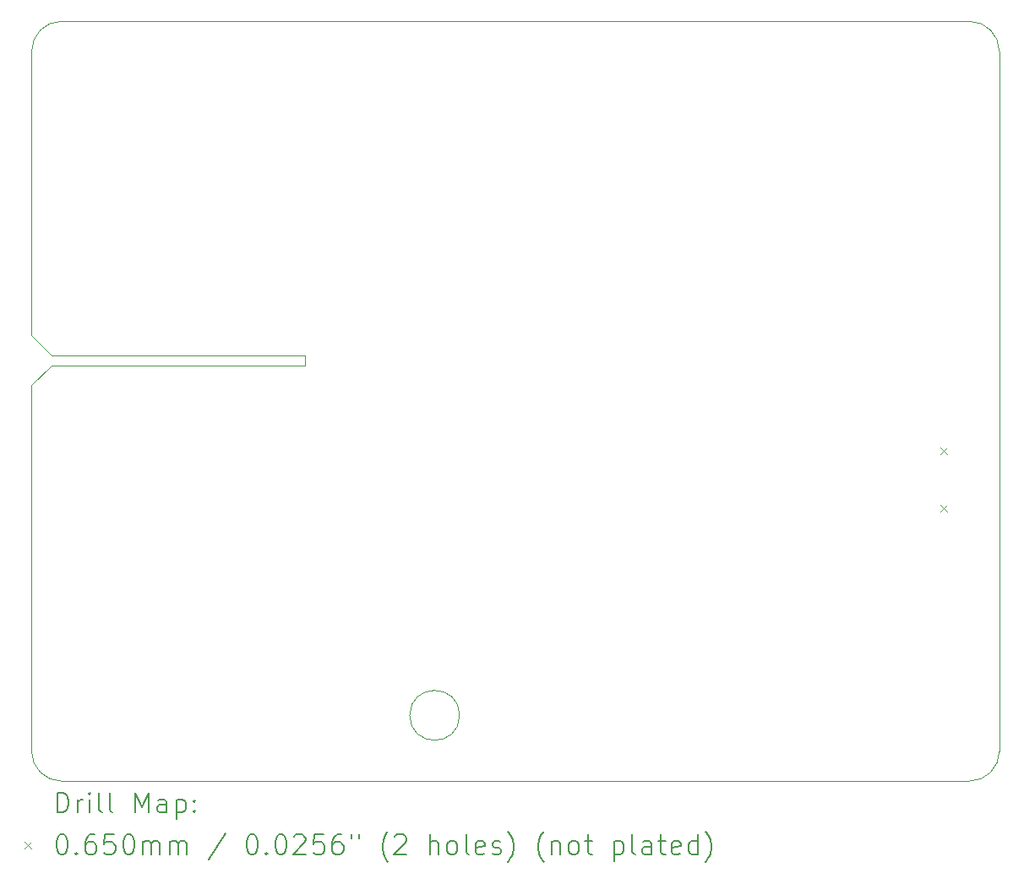
<source format=gbr>
%TF.GenerationSoftware,KiCad,Pcbnew,8.0.7-8.0.7-0~ubuntu24.04.1*%
%TF.CreationDate,2024-12-10T19:47:57+09:00*%
%TF.ProjectId,MRM5-tester,4d524d35-2d74-4657-9374-65722e6b6963,rev?*%
%TF.SameCoordinates,Original*%
%TF.FileFunction,Drillmap*%
%TF.FilePolarity,Positive*%
%FSLAX45Y45*%
G04 Gerber Fmt 4.5, Leading zero omitted, Abs format (unit mm)*
G04 Created by KiCad (PCBNEW 8.0.7-8.0.7-0~ubuntu24.04.1) date 2024-12-10 19:47:57*
%MOMM*%
%LPD*%
G01*
G04 APERTURE LIST*
%ADD10C,0.050000*%
%ADD11C,0.200000*%
%ADD12C,0.100000*%
G04 APERTURE END LIST*
D10*
X12975000Y-9600000D02*
X10435872Y-9600000D01*
X19933400Y-6548400D02*
X19933400Y-13568400D01*
X10435872Y-9600000D02*
X10235872Y-9400000D01*
X10235872Y-9900000D02*
X10435872Y-9700000D01*
X19633400Y-6248400D02*
G75*
G02*
X19933400Y-6548400I0J-300000D01*
G01*
X19933400Y-13568400D02*
G75*
G02*
X19633400Y-13868400I-300000J0D01*
G01*
X10535872Y-6248400D02*
X19633400Y-6248400D01*
X14524800Y-13208000D02*
G75*
G02*
X14024800Y-13208000I-250000J0D01*
G01*
X14024800Y-13208000D02*
G75*
G02*
X14524800Y-13208000I250000J0D01*
G01*
X12975000Y-9700000D02*
X10435872Y-9700000D01*
X10535872Y-13868400D02*
G75*
G02*
X10235870Y-13568400I-2J300000D01*
G01*
X10235872Y-6548400D02*
X10235872Y-9400000D01*
X12975000Y-9600000D02*
X12975000Y-9700000D01*
X10235872Y-6548400D02*
G75*
G02*
X10535872Y-6248402I299998J0D01*
G01*
X19633400Y-13868400D02*
X10535872Y-13868400D01*
X10235872Y-13568400D02*
X10235872Y-9900000D01*
D11*
D12*
X19344800Y-10524300D02*
X19409800Y-10589300D01*
X19409800Y-10524300D02*
X19344800Y-10589300D01*
X19344800Y-11102300D02*
X19409800Y-11167300D01*
X19409800Y-11102300D02*
X19344800Y-11167300D01*
D11*
X10494149Y-14182384D02*
X10494149Y-13982384D01*
X10494149Y-13982384D02*
X10541768Y-13982384D01*
X10541768Y-13982384D02*
X10570339Y-13991908D01*
X10570339Y-13991908D02*
X10589387Y-14010955D01*
X10589387Y-14010955D02*
X10598911Y-14030003D01*
X10598911Y-14030003D02*
X10608435Y-14068098D01*
X10608435Y-14068098D02*
X10608435Y-14096669D01*
X10608435Y-14096669D02*
X10598911Y-14134765D01*
X10598911Y-14134765D02*
X10589387Y-14153812D01*
X10589387Y-14153812D02*
X10570339Y-14172860D01*
X10570339Y-14172860D02*
X10541768Y-14182384D01*
X10541768Y-14182384D02*
X10494149Y-14182384D01*
X10694149Y-14182384D02*
X10694149Y-14049050D01*
X10694149Y-14087146D02*
X10703673Y-14068098D01*
X10703673Y-14068098D02*
X10713196Y-14058574D01*
X10713196Y-14058574D02*
X10732244Y-14049050D01*
X10732244Y-14049050D02*
X10751292Y-14049050D01*
X10817958Y-14182384D02*
X10817958Y-14049050D01*
X10817958Y-13982384D02*
X10808435Y-13991908D01*
X10808435Y-13991908D02*
X10817958Y-14001431D01*
X10817958Y-14001431D02*
X10827482Y-13991908D01*
X10827482Y-13991908D02*
X10817958Y-13982384D01*
X10817958Y-13982384D02*
X10817958Y-14001431D01*
X10941768Y-14182384D02*
X10922720Y-14172860D01*
X10922720Y-14172860D02*
X10913196Y-14153812D01*
X10913196Y-14153812D02*
X10913196Y-13982384D01*
X11046530Y-14182384D02*
X11027482Y-14172860D01*
X11027482Y-14172860D02*
X11017958Y-14153812D01*
X11017958Y-14153812D02*
X11017958Y-13982384D01*
X11275101Y-14182384D02*
X11275101Y-13982384D01*
X11275101Y-13982384D02*
X11341768Y-14125241D01*
X11341768Y-14125241D02*
X11408434Y-13982384D01*
X11408434Y-13982384D02*
X11408434Y-14182384D01*
X11589387Y-14182384D02*
X11589387Y-14077622D01*
X11589387Y-14077622D02*
X11579863Y-14058574D01*
X11579863Y-14058574D02*
X11560815Y-14049050D01*
X11560815Y-14049050D02*
X11522720Y-14049050D01*
X11522720Y-14049050D02*
X11503673Y-14058574D01*
X11589387Y-14172860D02*
X11570339Y-14182384D01*
X11570339Y-14182384D02*
X11522720Y-14182384D01*
X11522720Y-14182384D02*
X11503673Y-14172860D01*
X11503673Y-14172860D02*
X11494149Y-14153812D01*
X11494149Y-14153812D02*
X11494149Y-14134765D01*
X11494149Y-14134765D02*
X11503673Y-14115717D01*
X11503673Y-14115717D02*
X11522720Y-14106193D01*
X11522720Y-14106193D02*
X11570339Y-14106193D01*
X11570339Y-14106193D02*
X11589387Y-14096669D01*
X11684625Y-14049050D02*
X11684625Y-14249050D01*
X11684625Y-14058574D02*
X11703673Y-14049050D01*
X11703673Y-14049050D02*
X11741768Y-14049050D01*
X11741768Y-14049050D02*
X11760815Y-14058574D01*
X11760815Y-14058574D02*
X11770339Y-14068098D01*
X11770339Y-14068098D02*
X11779863Y-14087146D01*
X11779863Y-14087146D02*
X11779863Y-14144288D01*
X11779863Y-14144288D02*
X11770339Y-14163336D01*
X11770339Y-14163336D02*
X11760815Y-14172860D01*
X11760815Y-14172860D02*
X11741768Y-14182384D01*
X11741768Y-14182384D02*
X11703673Y-14182384D01*
X11703673Y-14182384D02*
X11684625Y-14172860D01*
X11865577Y-14163336D02*
X11875101Y-14172860D01*
X11875101Y-14172860D02*
X11865577Y-14182384D01*
X11865577Y-14182384D02*
X11856054Y-14172860D01*
X11856054Y-14172860D02*
X11865577Y-14163336D01*
X11865577Y-14163336D02*
X11865577Y-14182384D01*
X11865577Y-14058574D02*
X11875101Y-14068098D01*
X11875101Y-14068098D02*
X11865577Y-14077622D01*
X11865577Y-14077622D02*
X11856054Y-14068098D01*
X11856054Y-14068098D02*
X11865577Y-14058574D01*
X11865577Y-14058574D02*
X11865577Y-14077622D01*
D12*
X10168372Y-14478400D02*
X10233372Y-14543400D01*
X10233372Y-14478400D02*
X10168372Y-14543400D01*
D11*
X10532244Y-14402384D02*
X10551292Y-14402384D01*
X10551292Y-14402384D02*
X10570339Y-14411908D01*
X10570339Y-14411908D02*
X10579863Y-14421431D01*
X10579863Y-14421431D02*
X10589387Y-14440479D01*
X10589387Y-14440479D02*
X10598911Y-14478574D01*
X10598911Y-14478574D02*
X10598911Y-14526193D01*
X10598911Y-14526193D02*
X10589387Y-14564288D01*
X10589387Y-14564288D02*
X10579863Y-14583336D01*
X10579863Y-14583336D02*
X10570339Y-14592860D01*
X10570339Y-14592860D02*
X10551292Y-14602384D01*
X10551292Y-14602384D02*
X10532244Y-14602384D01*
X10532244Y-14602384D02*
X10513196Y-14592860D01*
X10513196Y-14592860D02*
X10503673Y-14583336D01*
X10503673Y-14583336D02*
X10494149Y-14564288D01*
X10494149Y-14564288D02*
X10484625Y-14526193D01*
X10484625Y-14526193D02*
X10484625Y-14478574D01*
X10484625Y-14478574D02*
X10494149Y-14440479D01*
X10494149Y-14440479D02*
X10503673Y-14421431D01*
X10503673Y-14421431D02*
X10513196Y-14411908D01*
X10513196Y-14411908D02*
X10532244Y-14402384D01*
X10684625Y-14583336D02*
X10694149Y-14592860D01*
X10694149Y-14592860D02*
X10684625Y-14602384D01*
X10684625Y-14602384D02*
X10675101Y-14592860D01*
X10675101Y-14592860D02*
X10684625Y-14583336D01*
X10684625Y-14583336D02*
X10684625Y-14602384D01*
X10865577Y-14402384D02*
X10827482Y-14402384D01*
X10827482Y-14402384D02*
X10808435Y-14411908D01*
X10808435Y-14411908D02*
X10798911Y-14421431D01*
X10798911Y-14421431D02*
X10779863Y-14450003D01*
X10779863Y-14450003D02*
X10770339Y-14488098D01*
X10770339Y-14488098D02*
X10770339Y-14564288D01*
X10770339Y-14564288D02*
X10779863Y-14583336D01*
X10779863Y-14583336D02*
X10789387Y-14592860D01*
X10789387Y-14592860D02*
X10808435Y-14602384D01*
X10808435Y-14602384D02*
X10846530Y-14602384D01*
X10846530Y-14602384D02*
X10865577Y-14592860D01*
X10865577Y-14592860D02*
X10875101Y-14583336D01*
X10875101Y-14583336D02*
X10884625Y-14564288D01*
X10884625Y-14564288D02*
X10884625Y-14516669D01*
X10884625Y-14516669D02*
X10875101Y-14497622D01*
X10875101Y-14497622D02*
X10865577Y-14488098D01*
X10865577Y-14488098D02*
X10846530Y-14478574D01*
X10846530Y-14478574D02*
X10808435Y-14478574D01*
X10808435Y-14478574D02*
X10789387Y-14488098D01*
X10789387Y-14488098D02*
X10779863Y-14497622D01*
X10779863Y-14497622D02*
X10770339Y-14516669D01*
X11065577Y-14402384D02*
X10970339Y-14402384D01*
X10970339Y-14402384D02*
X10960816Y-14497622D01*
X10960816Y-14497622D02*
X10970339Y-14488098D01*
X10970339Y-14488098D02*
X10989387Y-14478574D01*
X10989387Y-14478574D02*
X11037006Y-14478574D01*
X11037006Y-14478574D02*
X11056054Y-14488098D01*
X11056054Y-14488098D02*
X11065577Y-14497622D01*
X11065577Y-14497622D02*
X11075101Y-14516669D01*
X11075101Y-14516669D02*
X11075101Y-14564288D01*
X11075101Y-14564288D02*
X11065577Y-14583336D01*
X11065577Y-14583336D02*
X11056054Y-14592860D01*
X11056054Y-14592860D02*
X11037006Y-14602384D01*
X11037006Y-14602384D02*
X10989387Y-14602384D01*
X10989387Y-14602384D02*
X10970339Y-14592860D01*
X10970339Y-14592860D02*
X10960816Y-14583336D01*
X11198911Y-14402384D02*
X11217958Y-14402384D01*
X11217958Y-14402384D02*
X11237006Y-14411908D01*
X11237006Y-14411908D02*
X11246530Y-14421431D01*
X11246530Y-14421431D02*
X11256054Y-14440479D01*
X11256054Y-14440479D02*
X11265577Y-14478574D01*
X11265577Y-14478574D02*
X11265577Y-14526193D01*
X11265577Y-14526193D02*
X11256054Y-14564288D01*
X11256054Y-14564288D02*
X11246530Y-14583336D01*
X11246530Y-14583336D02*
X11237006Y-14592860D01*
X11237006Y-14592860D02*
X11217958Y-14602384D01*
X11217958Y-14602384D02*
X11198911Y-14602384D01*
X11198911Y-14602384D02*
X11179863Y-14592860D01*
X11179863Y-14592860D02*
X11170339Y-14583336D01*
X11170339Y-14583336D02*
X11160816Y-14564288D01*
X11160816Y-14564288D02*
X11151292Y-14526193D01*
X11151292Y-14526193D02*
X11151292Y-14478574D01*
X11151292Y-14478574D02*
X11160816Y-14440479D01*
X11160816Y-14440479D02*
X11170339Y-14421431D01*
X11170339Y-14421431D02*
X11179863Y-14411908D01*
X11179863Y-14411908D02*
X11198911Y-14402384D01*
X11351292Y-14602384D02*
X11351292Y-14469050D01*
X11351292Y-14488098D02*
X11360815Y-14478574D01*
X11360815Y-14478574D02*
X11379863Y-14469050D01*
X11379863Y-14469050D02*
X11408435Y-14469050D01*
X11408435Y-14469050D02*
X11427482Y-14478574D01*
X11427482Y-14478574D02*
X11437006Y-14497622D01*
X11437006Y-14497622D02*
X11437006Y-14602384D01*
X11437006Y-14497622D02*
X11446530Y-14478574D01*
X11446530Y-14478574D02*
X11465577Y-14469050D01*
X11465577Y-14469050D02*
X11494149Y-14469050D01*
X11494149Y-14469050D02*
X11513196Y-14478574D01*
X11513196Y-14478574D02*
X11522720Y-14497622D01*
X11522720Y-14497622D02*
X11522720Y-14602384D01*
X11617958Y-14602384D02*
X11617958Y-14469050D01*
X11617958Y-14488098D02*
X11627482Y-14478574D01*
X11627482Y-14478574D02*
X11646530Y-14469050D01*
X11646530Y-14469050D02*
X11675101Y-14469050D01*
X11675101Y-14469050D02*
X11694149Y-14478574D01*
X11694149Y-14478574D02*
X11703673Y-14497622D01*
X11703673Y-14497622D02*
X11703673Y-14602384D01*
X11703673Y-14497622D02*
X11713196Y-14478574D01*
X11713196Y-14478574D02*
X11732244Y-14469050D01*
X11732244Y-14469050D02*
X11760815Y-14469050D01*
X11760815Y-14469050D02*
X11779863Y-14478574D01*
X11779863Y-14478574D02*
X11789387Y-14497622D01*
X11789387Y-14497622D02*
X11789387Y-14602384D01*
X12179863Y-14392860D02*
X12008435Y-14650003D01*
X12437006Y-14402384D02*
X12456054Y-14402384D01*
X12456054Y-14402384D02*
X12475101Y-14411908D01*
X12475101Y-14411908D02*
X12484625Y-14421431D01*
X12484625Y-14421431D02*
X12494149Y-14440479D01*
X12494149Y-14440479D02*
X12503673Y-14478574D01*
X12503673Y-14478574D02*
X12503673Y-14526193D01*
X12503673Y-14526193D02*
X12494149Y-14564288D01*
X12494149Y-14564288D02*
X12484625Y-14583336D01*
X12484625Y-14583336D02*
X12475101Y-14592860D01*
X12475101Y-14592860D02*
X12456054Y-14602384D01*
X12456054Y-14602384D02*
X12437006Y-14602384D01*
X12437006Y-14602384D02*
X12417958Y-14592860D01*
X12417958Y-14592860D02*
X12408435Y-14583336D01*
X12408435Y-14583336D02*
X12398911Y-14564288D01*
X12398911Y-14564288D02*
X12389387Y-14526193D01*
X12389387Y-14526193D02*
X12389387Y-14478574D01*
X12389387Y-14478574D02*
X12398911Y-14440479D01*
X12398911Y-14440479D02*
X12408435Y-14421431D01*
X12408435Y-14421431D02*
X12417958Y-14411908D01*
X12417958Y-14411908D02*
X12437006Y-14402384D01*
X12589387Y-14583336D02*
X12598911Y-14592860D01*
X12598911Y-14592860D02*
X12589387Y-14602384D01*
X12589387Y-14602384D02*
X12579863Y-14592860D01*
X12579863Y-14592860D02*
X12589387Y-14583336D01*
X12589387Y-14583336D02*
X12589387Y-14602384D01*
X12722720Y-14402384D02*
X12741768Y-14402384D01*
X12741768Y-14402384D02*
X12760816Y-14411908D01*
X12760816Y-14411908D02*
X12770339Y-14421431D01*
X12770339Y-14421431D02*
X12779863Y-14440479D01*
X12779863Y-14440479D02*
X12789387Y-14478574D01*
X12789387Y-14478574D02*
X12789387Y-14526193D01*
X12789387Y-14526193D02*
X12779863Y-14564288D01*
X12779863Y-14564288D02*
X12770339Y-14583336D01*
X12770339Y-14583336D02*
X12760816Y-14592860D01*
X12760816Y-14592860D02*
X12741768Y-14602384D01*
X12741768Y-14602384D02*
X12722720Y-14602384D01*
X12722720Y-14602384D02*
X12703673Y-14592860D01*
X12703673Y-14592860D02*
X12694149Y-14583336D01*
X12694149Y-14583336D02*
X12684625Y-14564288D01*
X12684625Y-14564288D02*
X12675101Y-14526193D01*
X12675101Y-14526193D02*
X12675101Y-14478574D01*
X12675101Y-14478574D02*
X12684625Y-14440479D01*
X12684625Y-14440479D02*
X12694149Y-14421431D01*
X12694149Y-14421431D02*
X12703673Y-14411908D01*
X12703673Y-14411908D02*
X12722720Y-14402384D01*
X12865578Y-14421431D02*
X12875101Y-14411908D01*
X12875101Y-14411908D02*
X12894149Y-14402384D01*
X12894149Y-14402384D02*
X12941768Y-14402384D01*
X12941768Y-14402384D02*
X12960816Y-14411908D01*
X12960816Y-14411908D02*
X12970339Y-14421431D01*
X12970339Y-14421431D02*
X12979863Y-14440479D01*
X12979863Y-14440479D02*
X12979863Y-14459527D01*
X12979863Y-14459527D02*
X12970339Y-14488098D01*
X12970339Y-14488098D02*
X12856054Y-14602384D01*
X12856054Y-14602384D02*
X12979863Y-14602384D01*
X13160816Y-14402384D02*
X13065578Y-14402384D01*
X13065578Y-14402384D02*
X13056054Y-14497622D01*
X13056054Y-14497622D02*
X13065578Y-14488098D01*
X13065578Y-14488098D02*
X13084625Y-14478574D01*
X13084625Y-14478574D02*
X13132244Y-14478574D01*
X13132244Y-14478574D02*
X13151292Y-14488098D01*
X13151292Y-14488098D02*
X13160816Y-14497622D01*
X13160816Y-14497622D02*
X13170339Y-14516669D01*
X13170339Y-14516669D02*
X13170339Y-14564288D01*
X13170339Y-14564288D02*
X13160816Y-14583336D01*
X13160816Y-14583336D02*
X13151292Y-14592860D01*
X13151292Y-14592860D02*
X13132244Y-14602384D01*
X13132244Y-14602384D02*
X13084625Y-14602384D01*
X13084625Y-14602384D02*
X13065578Y-14592860D01*
X13065578Y-14592860D02*
X13056054Y-14583336D01*
X13341768Y-14402384D02*
X13303673Y-14402384D01*
X13303673Y-14402384D02*
X13284625Y-14411908D01*
X13284625Y-14411908D02*
X13275101Y-14421431D01*
X13275101Y-14421431D02*
X13256054Y-14450003D01*
X13256054Y-14450003D02*
X13246530Y-14488098D01*
X13246530Y-14488098D02*
X13246530Y-14564288D01*
X13246530Y-14564288D02*
X13256054Y-14583336D01*
X13256054Y-14583336D02*
X13265578Y-14592860D01*
X13265578Y-14592860D02*
X13284625Y-14602384D01*
X13284625Y-14602384D02*
X13322720Y-14602384D01*
X13322720Y-14602384D02*
X13341768Y-14592860D01*
X13341768Y-14592860D02*
X13351292Y-14583336D01*
X13351292Y-14583336D02*
X13360816Y-14564288D01*
X13360816Y-14564288D02*
X13360816Y-14516669D01*
X13360816Y-14516669D02*
X13351292Y-14497622D01*
X13351292Y-14497622D02*
X13341768Y-14488098D01*
X13341768Y-14488098D02*
X13322720Y-14478574D01*
X13322720Y-14478574D02*
X13284625Y-14478574D01*
X13284625Y-14478574D02*
X13265578Y-14488098D01*
X13265578Y-14488098D02*
X13256054Y-14497622D01*
X13256054Y-14497622D02*
X13246530Y-14516669D01*
X13437006Y-14402384D02*
X13437006Y-14440479D01*
X13513197Y-14402384D02*
X13513197Y-14440479D01*
X13808435Y-14678574D02*
X13798911Y-14669050D01*
X13798911Y-14669050D02*
X13779863Y-14640479D01*
X13779863Y-14640479D02*
X13770340Y-14621431D01*
X13770340Y-14621431D02*
X13760816Y-14592860D01*
X13760816Y-14592860D02*
X13751292Y-14545241D01*
X13751292Y-14545241D02*
X13751292Y-14507146D01*
X13751292Y-14507146D02*
X13760816Y-14459527D01*
X13760816Y-14459527D02*
X13770340Y-14430955D01*
X13770340Y-14430955D02*
X13779863Y-14411908D01*
X13779863Y-14411908D02*
X13798911Y-14383336D01*
X13798911Y-14383336D02*
X13808435Y-14373812D01*
X13875101Y-14421431D02*
X13884625Y-14411908D01*
X13884625Y-14411908D02*
X13903673Y-14402384D01*
X13903673Y-14402384D02*
X13951292Y-14402384D01*
X13951292Y-14402384D02*
X13970340Y-14411908D01*
X13970340Y-14411908D02*
X13979863Y-14421431D01*
X13979863Y-14421431D02*
X13989387Y-14440479D01*
X13989387Y-14440479D02*
X13989387Y-14459527D01*
X13989387Y-14459527D02*
X13979863Y-14488098D01*
X13979863Y-14488098D02*
X13865578Y-14602384D01*
X13865578Y-14602384D02*
X13989387Y-14602384D01*
X14227482Y-14602384D02*
X14227482Y-14402384D01*
X14313197Y-14602384D02*
X14313197Y-14497622D01*
X14313197Y-14497622D02*
X14303673Y-14478574D01*
X14303673Y-14478574D02*
X14284625Y-14469050D01*
X14284625Y-14469050D02*
X14256054Y-14469050D01*
X14256054Y-14469050D02*
X14237006Y-14478574D01*
X14237006Y-14478574D02*
X14227482Y-14488098D01*
X14437006Y-14602384D02*
X14417959Y-14592860D01*
X14417959Y-14592860D02*
X14408435Y-14583336D01*
X14408435Y-14583336D02*
X14398911Y-14564288D01*
X14398911Y-14564288D02*
X14398911Y-14507146D01*
X14398911Y-14507146D02*
X14408435Y-14488098D01*
X14408435Y-14488098D02*
X14417959Y-14478574D01*
X14417959Y-14478574D02*
X14437006Y-14469050D01*
X14437006Y-14469050D02*
X14465578Y-14469050D01*
X14465578Y-14469050D02*
X14484625Y-14478574D01*
X14484625Y-14478574D02*
X14494149Y-14488098D01*
X14494149Y-14488098D02*
X14503673Y-14507146D01*
X14503673Y-14507146D02*
X14503673Y-14564288D01*
X14503673Y-14564288D02*
X14494149Y-14583336D01*
X14494149Y-14583336D02*
X14484625Y-14592860D01*
X14484625Y-14592860D02*
X14465578Y-14602384D01*
X14465578Y-14602384D02*
X14437006Y-14602384D01*
X14617959Y-14602384D02*
X14598911Y-14592860D01*
X14598911Y-14592860D02*
X14589387Y-14573812D01*
X14589387Y-14573812D02*
X14589387Y-14402384D01*
X14770340Y-14592860D02*
X14751292Y-14602384D01*
X14751292Y-14602384D02*
X14713197Y-14602384D01*
X14713197Y-14602384D02*
X14694149Y-14592860D01*
X14694149Y-14592860D02*
X14684625Y-14573812D01*
X14684625Y-14573812D02*
X14684625Y-14497622D01*
X14684625Y-14497622D02*
X14694149Y-14478574D01*
X14694149Y-14478574D02*
X14713197Y-14469050D01*
X14713197Y-14469050D02*
X14751292Y-14469050D01*
X14751292Y-14469050D02*
X14770340Y-14478574D01*
X14770340Y-14478574D02*
X14779863Y-14497622D01*
X14779863Y-14497622D02*
X14779863Y-14516669D01*
X14779863Y-14516669D02*
X14684625Y-14535717D01*
X14856054Y-14592860D02*
X14875102Y-14602384D01*
X14875102Y-14602384D02*
X14913197Y-14602384D01*
X14913197Y-14602384D02*
X14932244Y-14592860D01*
X14932244Y-14592860D02*
X14941768Y-14573812D01*
X14941768Y-14573812D02*
X14941768Y-14564288D01*
X14941768Y-14564288D02*
X14932244Y-14545241D01*
X14932244Y-14545241D02*
X14913197Y-14535717D01*
X14913197Y-14535717D02*
X14884625Y-14535717D01*
X14884625Y-14535717D02*
X14865578Y-14526193D01*
X14865578Y-14526193D02*
X14856054Y-14507146D01*
X14856054Y-14507146D02*
X14856054Y-14497622D01*
X14856054Y-14497622D02*
X14865578Y-14478574D01*
X14865578Y-14478574D02*
X14884625Y-14469050D01*
X14884625Y-14469050D02*
X14913197Y-14469050D01*
X14913197Y-14469050D02*
X14932244Y-14478574D01*
X15008435Y-14678574D02*
X15017959Y-14669050D01*
X15017959Y-14669050D02*
X15037006Y-14640479D01*
X15037006Y-14640479D02*
X15046530Y-14621431D01*
X15046530Y-14621431D02*
X15056054Y-14592860D01*
X15056054Y-14592860D02*
X15065578Y-14545241D01*
X15065578Y-14545241D02*
X15065578Y-14507146D01*
X15065578Y-14507146D02*
X15056054Y-14459527D01*
X15056054Y-14459527D02*
X15046530Y-14430955D01*
X15046530Y-14430955D02*
X15037006Y-14411908D01*
X15037006Y-14411908D02*
X15017959Y-14383336D01*
X15017959Y-14383336D02*
X15008435Y-14373812D01*
X15370340Y-14678574D02*
X15360816Y-14669050D01*
X15360816Y-14669050D02*
X15341768Y-14640479D01*
X15341768Y-14640479D02*
X15332244Y-14621431D01*
X15332244Y-14621431D02*
X15322721Y-14592860D01*
X15322721Y-14592860D02*
X15313197Y-14545241D01*
X15313197Y-14545241D02*
X15313197Y-14507146D01*
X15313197Y-14507146D02*
X15322721Y-14459527D01*
X15322721Y-14459527D02*
X15332244Y-14430955D01*
X15332244Y-14430955D02*
X15341768Y-14411908D01*
X15341768Y-14411908D02*
X15360816Y-14383336D01*
X15360816Y-14383336D02*
X15370340Y-14373812D01*
X15446530Y-14469050D02*
X15446530Y-14602384D01*
X15446530Y-14488098D02*
X15456054Y-14478574D01*
X15456054Y-14478574D02*
X15475102Y-14469050D01*
X15475102Y-14469050D02*
X15503673Y-14469050D01*
X15503673Y-14469050D02*
X15522721Y-14478574D01*
X15522721Y-14478574D02*
X15532244Y-14497622D01*
X15532244Y-14497622D02*
X15532244Y-14602384D01*
X15656054Y-14602384D02*
X15637006Y-14592860D01*
X15637006Y-14592860D02*
X15627483Y-14583336D01*
X15627483Y-14583336D02*
X15617959Y-14564288D01*
X15617959Y-14564288D02*
X15617959Y-14507146D01*
X15617959Y-14507146D02*
X15627483Y-14488098D01*
X15627483Y-14488098D02*
X15637006Y-14478574D01*
X15637006Y-14478574D02*
X15656054Y-14469050D01*
X15656054Y-14469050D02*
X15684625Y-14469050D01*
X15684625Y-14469050D02*
X15703673Y-14478574D01*
X15703673Y-14478574D02*
X15713197Y-14488098D01*
X15713197Y-14488098D02*
X15722721Y-14507146D01*
X15722721Y-14507146D02*
X15722721Y-14564288D01*
X15722721Y-14564288D02*
X15713197Y-14583336D01*
X15713197Y-14583336D02*
X15703673Y-14592860D01*
X15703673Y-14592860D02*
X15684625Y-14602384D01*
X15684625Y-14602384D02*
X15656054Y-14602384D01*
X15779864Y-14469050D02*
X15856054Y-14469050D01*
X15808435Y-14402384D02*
X15808435Y-14573812D01*
X15808435Y-14573812D02*
X15817959Y-14592860D01*
X15817959Y-14592860D02*
X15837006Y-14602384D01*
X15837006Y-14602384D02*
X15856054Y-14602384D01*
X16075102Y-14469050D02*
X16075102Y-14669050D01*
X16075102Y-14478574D02*
X16094149Y-14469050D01*
X16094149Y-14469050D02*
X16132245Y-14469050D01*
X16132245Y-14469050D02*
X16151292Y-14478574D01*
X16151292Y-14478574D02*
X16160816Y-14488098D01*
X16160816Y-14488098D02*
X16170340Y-14507146D01*
X16170340Y-14507146D02*
X16170340Y-14564288D01*
X16170340Y-14564288D02*
X16160816Y-14583336D01*
X16160816Y-14583336D02*
X16151292Y-14592860D01*
X16151292Y-14592860D02*
X16132245Y-14602384D01*
X16132245Y-14602384D02*
X16094149Y-14602384D01*
X16094149Y-14602384D02*
X16075102Y-14592860D01*
X16284625Y-14602384D02*
X16265578Y-14592860D01*
X16265578Y-14592860D02*
X16256054Y-14573812D01*
X16256054Y-14573812D02*
X16256054Y-14402384D01*
X16446530Y-14602384D02*
X16446530Y-14497622D01*
X16446530Y-14497622D02*
X16437006Y-14478574D01*
X16437006Y-14478574D02*
X16417959Y-14469050D01*
X16417959Y-14469050D02*
X16379864Y-14469050D01*
X16379864Y-14469050D02*
X16360816Y-14478574D01*
X16446530Y-14592860D02*
X16427483Y-14602384D01*
X16427483Y-14602384D02*
X16379864Y-14602384D01*
X16379864Y-14602384D02*
X16360816Y-14592860D01*
X16360816Y-14592860D02*
X16351292Y-14573812D01*
X16351292Y-14573812D02*
X16351292Y-14554765D01*
X16351292Y-14554765D02*
X16360816Y-14535717D01*
X16360816Y-14535717D02*
X16379864Y-14526193D01*
X16379864Y-14526193D02*
X16427483Y-14526193D01*
X16427483Y-14526193D02*
X16446530Y-14516669D01*
X16513197Y-14469050D02*
X16589387Y-14469050D01*
X16541768Y-14402384D02*
X16541768Y-14573812D01*
X16541768Y-14573812D02*
X16551292Y-14592860D01*
X16551292Y-14592860D02*
X16570340Y-14602384D01*
X16570340Y-14602384D02*
X16589387Y-14602384D01*
X16732245Y-14592860D02*
X16713197Y-14602384D01*
X16713197Y-14602384D02*
X16675102Y-14602384D01*
X16675102Y-14602384D02*
X16656054Y-14592860D01*
X16656054Y-14592860D02*
X16646530Y-14573812D01*
X16646530Y-14573812D02*
X16646530Y-14497622D01*
X16646530Y-14497622D02*
X16656054Y-14478574D01*
X16656054Y-14478574D02*
X16675102Y-14469050D01*
X16675102Y-14469050D02*
X16713197Y-14469050D01*
X16713197Y-14469050D02*
X16732245Y-14478574D01*
X16732245Y-14478574D02*
X16741768Y-14497622D01*
X16741768Y-14497622D02*
X16741768Y-14516669D01*
X16741768Y-14516669D02*
X16646530Y-14535717D01*
X16913197Y-14602384D02*
X16913197Y-14402384D01*
X16913197Y-14592860D02*
X16894149Y-14602384D01*
X16894149Y-14602384D02*
X16856054Y-14602384D01*
X16856054Y-14602384D02*
X16837007Y-14592860D01*
X16837007Y-14592860D02*
X16827483Y-14583336D01*
X16827483Y-14583336D02*
X16817959Y-14564288D01*
X16817959Y-14564288D02*
X16817959Y-14507146D01*
X16817959Y-14507146D02*
X16827483Y-14488098D01*
X16827483Y-14488098D02*
X16837007Y-14478574D01*
X16837007Y-14478574D02*
X16856054Y-14469050D01*
X16856054Y-14469050D02*
X16894149Y-14469050D01*
X16894149Y-14469050D02*
X16913197Y-14478574D01*
X16989388Y-14678574D02*
X16998911Y-14669050D01*
X16998911Y-14669050D02*
X17017959Y-14640479D01*
X17017959Y-14640479D02*
X17027483Y-14621431D01*
X17027483Y-14621431D02*
X17037007Y-14592860D01*
X17037007Y-14592860D02*
X17046530Y-14545241D01*
X17046530Y-14545241D02*
X17046530Y-14507146D01*
X17046530Y-14507146D02*
X17037007Y-14459527D01*
X17037007Y-14459527D02*
X17027483Y-14430955D01*
X17027483Y-14430955D02*
X17017959Y-14411908D01*
X17017959Y-14411908D02*
X16998911Y-14383336D01*
X16998911Y-14383336D02*
X16989388Y-14373812D01*
M02*

</source>
